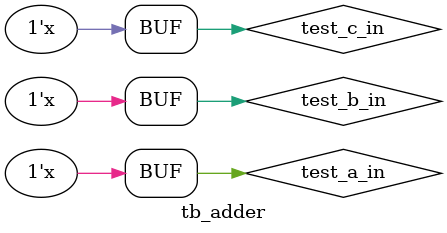
<source format=v>
`timescale 1ns / 1ps


module tb_adder(

    );
    reg test_a_in,test_b_in,test_c_in;
    wire test_sum_out, test_carry_out;
    
    adder tb1 (
    .a_in(test_a_in),
    .b_in(test_b_in),
    .c_in(test_c_in),
    .sum_out(test_sum_out),
    .carry_out(test_carry_out)
    );
    
    initial
    begin
    test_a_in = 1'b0;
    test_b_in = 1'b0;
    test_c_in = 1'b0;
    end
    
    always #5 test_a_in = ~test_a_in;
    always #10 test_b_in = ~test_b_in;
    always #20 test_c_in = ~test_c_in;
endmodule

</source>
